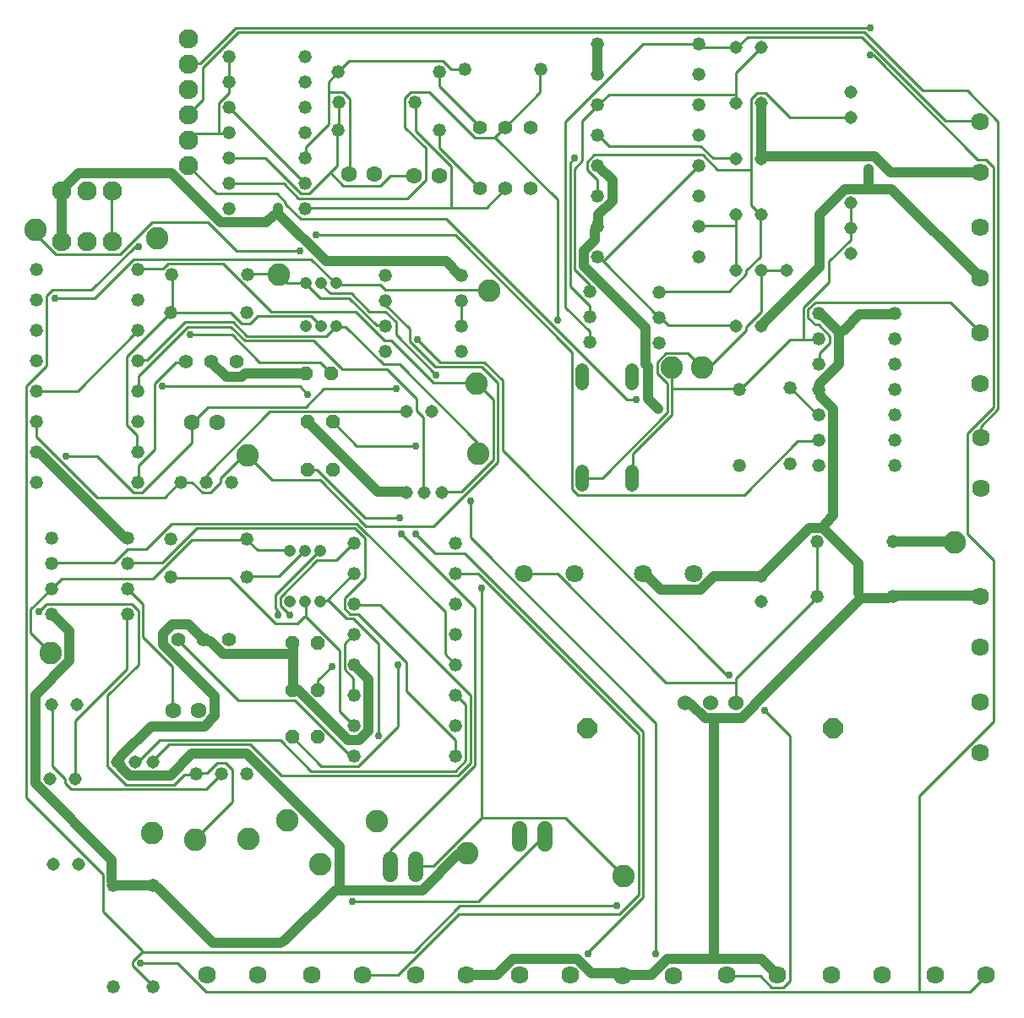
<source format=gbr>
G04 EAGLE Gerber X2 export*
%TF.Part,Single*%
%TF.FileFunction,Copper,L1,Top,Mixed*%
%TF.FilePolarity,Positive*%
%TF.GenerationSoftware,Autodesk,EAGLE,9.1.2*%
%TF.CreationDate,2019-04-25T09:22:07Z*%
G75*
%MOMM*%
%FSLAX34Y34*%
%LPD*%
%AMOC8*
5,1,8,0,0,1.08239X$1,22.5*%
G01*
%ADD10C,1.308000*%
%ADD11C,1.600200*%
%ADD12P,1.429621X8X22.500000*%
%ADD13C,1.320800*%
%ADD14C,1.208000*%
%ADD15C,1.408000*%
%ADD16C,1.930400*%
%ADD17C,1.790700*%
%ADD18C,1.800000*%
%ADD19C,1.524000*%
%ADD20P,2.110661X8X202.500000*%
%ADD21C,2.250000*%
%ADD22C,1.320800*%
%ADD23C,1.524000*%
%ADD24C,1.016000*%
%ADD25C,0.756400*%
%ADD26C,0.254000*%


D10*
X393540Y406400D03*
X418940Y406400D03*
X839000Y564200D03*
X839000Y589600D03*
X839000Y615000D03*
X723900Y770890D03*
X749300Y770890D03*
X723900Y715010D03*
X749300Y715010D03*
D11*
X204470Y394970D03*
X179070Y394970D03*
X361950Y643890D03*
X336550Y643890D03*
X426720Y642620D03*
X401320Y642620D03*
D10*
X38100Y112400D03*
X63500Y112400D03*
D11*
X185740Y106680D03*
X160340Y106680D03*
D10*
X723900Y659130D03*
X749300Y659130D03*
D12*
X279400Y127000D03*
X304800Y127000D03*
X293370Y444500D03*
X318770Y444500D03*
X294640Y347980D03*
X320040Y347980D03*
X294640Y396240D03*
X320040Y396240D03*
X279400Y80010D03*
X304800Y80010D03*
X279400Y173990D03*
X304800Y173990D03*
D13*
X215900Y762000D03*
X215900Y736600D03*
X215900Y609600D03*
X292100Y609600D03*
X215900Y711200D03*
X215900Y685800D03*
X215900Y635000D03*
X215900Y660400D03*
X292100Y635000D03*
X292100Y660400D03*
X292100Y685800D03*
X292100Y711200D03*
X292100Y736600D03*
X292100Y762000D03*
X372320Y542510D03*
X372320Y517110D03*
X448520Y517110D03*
X448520Y542510D03*
X372320Y491710D03*
X372320Y466310D03*
X448520Y491710D03*
X448520Y466310D03*
X38100Y279400D03*
X38100Y254000D03*
X114300Y254000D03*
X114300Y279400D03*
X38100Y228600D03*
X38100Y203200D03*
X114300Y228600D03*
X114300Y203200D03*
X167640Y335280D03*
X218440Y335280D03*
X193040Y335280D03*
D10*
X393540Y325280D03*
X411320Y325280D03*
X429100Y325280D03*
D14*
X293210Y534670D03*
X308450Y534670D03*
X323690Y534670D03*
X293090Y491710D03*
X308330Y491710D03*
X323570Y491710D03*
D13*
X182880Y43180D03*
X233680Y43180D03*
X208280Y43180D03*
D10*
X104140Y55250D03*
X121920Y55250D03*
X139700Y55250D03*
D14*
X276860Y266700D03*
X292100Y266700D03*
X307340Y266700D03*
X276860Y215900D03*
X292100Y215900D03*
X307340Y215900D03*
D13*
X577240Y475310D03*
X577240Y526110D03*
X577240Y500710D03*
X325120Y746760D03*
X426720Y746760D03*
X22860Y457200D03*
X124460Y457200D03*
X341630Y182880D03*
X443230Y182880D03*
X341630Y152400D03*
X443230Y152400D03*
X341630Y60960D03*
X443230Y60960D03*
X341630Y213360D03*
X443230Y213360D03*
X341630Y121920D03*
X443230Y121920D03*
X341630Y274320D03*
X443230Y274320D03*
X341630Y91440D03*
X443230Y91440D03*
X341630Y243840D03*
X443230Y243840D03*
X585470Y744220D03*
X687070Y744220D03*
X325120Y688340D03*
X426720Y688340D03*
X585470Y774700D03*
X687070Y774700D03*
X585470Y683260D03*
X687070Y683260D03*
X585470Y713740D03*
X687070Y713740D03*
D15*
X467360Y629920D03*
X492760Y629920D03*
X518160Y629920D03*
X467360Y690880D03*
X492760Y690880D03*
X518160Y690880D03*
X172720Y455930D03*
X198120Y455930D03*
X223520Y455930D03*
X165100Y177800D03*
X190500Y177800D03*
X215900Y177800D03*
D13*
X22860Y487680D03*
X124460Y487680D03*
X22860Y396240D03*
X124460Y396240D03*
X22860Y335280D03*
X124460Y335280D03*
X22860Y518160D03*
X124460Y518160D03*
X22860Y548640D03*
X124460Y548640D03*
X22860Y426720D03*
X124460Y426720D03*
X22860Y365760D03*
X124460Y365760D03*
D16*
X175260Y779780D03*
X175260Y754380D03*
X175260Y728980D03*
X175260Y703580D03*
X175260Y678180D03*
X175260Y652780D03*
X99060Y627380D03*
X73660Y627380D03*
X48260Y627380D03*
X99060Y576580D03*
X73660Y576580D03*
X48260Y576580D03*
D17*
X968890Y645870D03*
X968890Y696670D03*
X969010Y63990D03*
X969010Y114790D03*
D13*
X528320Y749300D03*
X452120Y749300D03*
X402590Y716280D03*
X326390Y716280D03*
X727560Y428470D03*
X727560Y352270D03*
X234950Y543560D03*
X158750Y543560D03*
X233680Y505460D03*
X157480Y505460D03*
X233680Y278130D03*
X157480Y278130D03*
X233680Y240030D03*
X157480Y240030D03*
D10*
X723900Y491490D03*
X749300Y491490D03*
X723900Y603250D03*
X749300Y603250D03*
X839000Y701040D03*
X839000Y726440D03*
X723900Y547370D03*
X749300Y547370D03*
X774700Y547370D03*
D13*
X647240Y475160D03*
X647240Y525960D03*
X647240Y500560D03*
X585470Y561340D03*
X687070Y561340D03*
X585470Y622300D03*
X687070Y622300D03*
X585470Y652780D03*
X687070Y652780D03*
X585470Y591820D03*
X687070Y591820D03*
D17*
X969010Y539750D03*
X969010Y590550D03*
D13*
X778360Y429740D03*
X778360Y353540D03*
X807200Y504240D03*
X807200Y478840D03*
X807200Y351840D03*
X883400Y351840D03*
X807200Y453440D03*
X807200Y428040D03*
X807200Y377240D03*
X807200Y402640D03*
X883400Y377240D03*
X883400Y402640D03*
X883400Y428040D03*
X883400Y453440D03*
X883400Y478840D03*
X883400Y504240D03*
X805180Y275430D03*
X881380Y275430D03*
D18*
X562610Y243840D03*
X511810Y243840D03*
X681990Y243840D03*
X631190Y243840D03*
D13*
X805180Y220660D03*
X881380Y220660D03*
D19*
X723900Y114300D03*
X698500Y114300D03*
X673100Y114300D03*
D20*
X821690Y88900D03*
X575310Y88900D03*
D10*
X749300Y215900D03*
X749300Y241300D03*
X39500Y-47543D03*
X64900Y-47543D03*
X36500Y38080D03*
X61900Y38080D03*
D21*
X611220Y-59090D03*
X307560Y-47990D03*
X22220Y588450D03*
X144140Y579870D03*
X182400Y-22750D03*
X37620Y164250D03*
X234440Y362160D03*
X266060Y543650D03*
X943080Y274580D03*
X455130Y-36760D03*
X235740Y-22320D03*
X476940Y527660D03*
X465610Y364240D03*
X274440Y-3440D03*
X364440Y-4240D03*
X139060Y-16470D03*
X464440Y434160D03*
D17*
X923965Y-158680D03*
X974765Y-158680D03*
X819456Y-158434D03*
X870256Y-158434D03*
X714852Y-158625D03*
X765652Y-158625D03*
X507195Y-158646D03*
X557995Y-158646D03*
X610664Y-159015D03*
X661464Y-159015D03*
X402862Y-158642D03*
X453662Y-158642D03*
X298533Y-158716D03*
X349333Y-158716D03*
X194011Y-158672D03*
X244811Y-158672D03*
D21*
X660000Y450000D03*
X690000Y450000D03*
D22*
X570000Y345804D02*
X570000Y332596D01*
X570000Y434196D02*
X570000Y447404D01*
X620000Y345804D02*
X620000Y332596D01*
X620000Y434196D02*
X620000Y447404D01*
D23*
X402700Y-42380D02*
X402700Y-57620D01*
X377300Y-57620D02*
X377300Y-42380D01*
X532700Y-27620D02*
X532700Y-12380D01*
X507300Y-12380D02*
X507300Y-27620D01*
D17*
X969010Y434340D03*
X969010Y485140D03*
X969130Y329270D03*
X969130Y380070D03*
X969010Y170200D03*
X969010Y221000D03*
D13*
X100000Y-170800D03*
X100000Y-69200D03*
X140000Y-170800D03*
X140000Y-69200D03*
D24*
X611618Y-158355D02*
X639158Y-158355D01*
X655223Y-142290D01*
X702270Y-142290D02*
X749318Y-142290D01*
X702270Y-142290D02*
X655223Y-142290D01*
X749318Y-142290D02*
X765383Y-158355D01*
X611618Y-158355D02*
X610664Y-159015D01*
X765383Y-158355D02*
X765652Y-158625D01*
X484245Y-158355D02*
X454410Y-158355D01*
X484245Y-158355D02*
X500310Y-142290D01*
X564570Y-142290D01*
X579488Y-157208D01*
X605880Y-157208D01*
X454410Y-158355D02*
X453662Y-158642D01*
X605880Y-157208D02*
X610664Y-159015D01*
X807840Y429165D02*
X807840Y433755D01*
X827348Y453263D01*
X827348Y485393D01*
X807840Y504900D01*
X807840Y429165D02*
X807200Y428040D01*
X807200Y504240D02*
X807840Y504900D01*
X848003Y503753D02*
X882428Y503753D01*
X848003Y503753D02*
X831938Y487688D01*
X882428Y503753D02*
X883400Y504240D01*
X831938Y487688D02*
X827348Y485393D01*
X748170Y240975D02*
X702270Y240975D01*
X688500Y227205D01*
X648338Y227205D01*
X632273Y243270D01*
X748170Y240975D02*
X749300Y241300D01*
X632273Y243270D02*
X631190Y243840D01*
X882428Y221468D02*
X968490Y221468D01*
X882428Y221468D02*
X881380Y220660D01*
X968490Y221468D02*
X969010Y221000D01*
X678173Y113603D02*
X673583Y113603D01*
X678173Y113603D02*
X693090Y98685D01*
X702270Y98685D02*
X729810Y98685D01*
X702270Y98685D02*
X693090Y98685D01*
X729810Y98685D02*
X742433Y111308D01*
X742433Y112455D01*
X849150Y219173D01*
X876690Y219173D01*
X673583Y113603D02*
X673100Y114300D01*
X876690Y219173D02*
X881380Y220660D01*
X797513Y289170D02*
X752760Y244418D01*
X797513Y289170D02*
X811283Y289170D01*
X846855Y253598D01*
X846855Y223763D01*
X752760Y244418D02*
X749300Y241300D01*
X846855Y223763D02*
X849150Y219173D01*
X808988Y421133D02*
X808988Y423428D01*
X808988Y421133D02*
X821610Y408510D01*
X821610Y301793D01*
X813578Y293760D01*
X808988Y423428D02*
X807200Y428040D01*
X813578Y293760D02*
X811283Y289170D01*
X702270Y98685D02*
X702270Y-142290D01*
X107865Y59670D02*
X104423Y56228D01*
X107865Y59670D02*
X107865Y60818D01*
X137700Y90653D01*
X191633Y90653D01*
X201960Y100980D01*
X201960Y120488D01*
X150323Y172125D01*
X150323Y183600D01*
X159503Y192780D01*
X175568Y192780D01*
X190485Y177863D01*
X104423Y56228D02*
X104140Y55250D01*
X190500Y177800D02*
X190485Y177863D01*
X279990Y173273D02*
X279990Y162945D01*
X279990Y127373D01*
X279400Y127000D01*
X279990Y173273D02*
X279400Y173990D01*
X341955Y151470D02*
X355725Y137700D01*
X355725Y86063D01*
X346545Y76883D01*
X335070Y76883D01*
X284580Y127373D01*
X341955Y151470D02*
X341630Y152400D01*
X284580Y127373D02*
X279400Y127000D01*
X197370Y175568D02*
X195075Y175568D01*
X197370Y175568D02*
X209993Y162945D01*
X279990Y162945D01*
X195075Y175568D02*
X190500Y177800D01*
X139995Y-68850D02*
X100980Y-68850D01*
X100000Y-69200D01*
X139995Y-68850D02*
X140000Y-69200D01*
X199665Y-126225D02*
X267368Y-126225D01*
X199665Y-126225D02*
X144585Y-71145D01*
X140000Y-69200D01*
X445230Y-37868D02*
X454410Y-37868D01*
X445230Y-37868D02*
X409658Y-73440D01*
X327038Y-73440D02*
X322448Y-73440D01*
X327038Y-73440D02*
X409658Y-73440D01*
X322448Y-73440D02*
X271958Y-123930D01*
X454410Y-37868D02*
X455130Y-36760D01*
X271958Y-123930D02*
X267368Y-126225D01*
X107865Y49343D02*
X107865Y51638D01*
X107865Y49343D02*
X115898Y41310D01*
X157208Y41310D01*
X179010Y63113D01*
X234090Y63113D01*
X327038Y-29835D01*
X327038Y-73440D01*
X107865Y51638D02*
X104140Y55250D01*
X26393Y364905D02*
X22950Y364905D01*
X26393Y364905D02*
X111308Y279990D01*
X113603Y279990D01*
X22950Y364905D02*
X22860Y365760D01*
X113603Y279990D02*
X114300Y279400D01*
X364905Y325890D02*
X392445Y325890D01*
X364905Y325890D02*
X294908Y395888D01*
X392445Y325890D02*
X393540Y325280D01*
X294908Y395888D02*
X294640Y396240D01*
X48195Y577193D02*
X48195Y626535D01*
X48195Y577193D02*
X48260Y576580D01*
X48195Y626535D02*
X48260Y627380D01*
X231795Y444083D02*
X292613Y444083D01*
X231795Y444083D02*
X228353Y440640D01*
X213435Y440640D01*
X198518Y455558D01*
X292613Y444083D02*
X293370Y444500D01*
X198518Y455558D02*
X198120Y455930D01*
X265073Y604733D02*
X265073Y610470D01*
X265073Y604733D02*
X313268Y556538D01*
X433755Y556538D01*
X447525Y542768D01*
X448520Y542510D01*
X65408Y644895D02*
X51638Y631125D01*
X65408Y644895D02*
X158355Y644895D01*
X207698Y595553D01*
X253598Y595553D01*
X260483Y602438D01*
X51638Y631125D02*
X48260Y627380D01*
X260483Y602438D02*
X265073Y604733D01*
X98685Y-43605D02*
X98685Y-64260D01*
X98685Y-43605D02*
X21803Y33278D01*
X21803Y121635D01*
X56228Y156060D01*
X56228Y185895D01*
X39015Y203108D01*
X98685Y-64260D02*
X100000Y-69200D01*
X39015Y203108D02*
X38100Y203200D01*
D25*
X267368Y-126225D03*
X265073Y610470D03*
D26*
X98685Y626535D02*
X98685Y577193D01*
X99060Y576580D01*
X98685Y626535D02*
X99060Y627380D01*
X292613Y660960D02*
X292613Y671288D01*
X315563Y694238D01*
X315563Y726368D02*
X315563Y736695D01*
X315563Y726368D02*
X315563Y694238D01*
X315563Y736695D02*
X324743Y745875D01*
X292613Y660960D02*
X292100Y660400D01*
X324743Y745875D02*
X325120Y746760D01*
X438345Y749318D02*
X452115Y749318D01*
X438345Y749318D02*
X430313Y757350D01*
X336218Y757350D01*
X325890Y747023D01*
X452115Y749318D02*
X452120Y749300D01*
X325890Y747023D02*
X325120Y746760D01*
X337365Y719483D02*
X337365Y644895D01*
X337365Y719483D02*
X330480Y726368D01*
X315563Y726368D01*
X337365Y644895D02*
X336550Y643890D01*
X291465Y635715D02*
X216878Y710303D01*
X215900Y711200D01*
X291465Y635715D02*
X292100Y635000D01*
X340808Y138848D02*
X340808Y122783D01*
X340808Y138848D02*
X331628Y148028D01*
X331628Y173273D01*
X340808Y182453D01*
X340808Y122783D02*
X341630Y121920D01*
X340808Y182453D02*
X341630Y182880D01*
X266220Y240975D02*
X291465Y266220D01*
X266220Y240975D02*
X234090Y240975D01*
X291465Y266220D02*
X292100Y266700D01*
X234090Y240975D02*
X233680Y240030D01*
X257040Y406215D02*
X392445Y406215D01*
X257040Y406215D02*
X193928Y343103D01*
X193928Y336218D01*
X392445Y406215D02*
X393540Y406400D01*
X193928Y336218D02*
X193040Y335280D01*
X179010Y335070D02*
X168683Y335070D01*
X179010Y335070D02*
X189338Y324743D01*
X197370Y324743D01*
X207698Y335070D01*
X207698Y339660D01*
X229500Y361463D01*
X234090Y361463D01*
X168683Y335070D02*
X167640Y335280D01*
X234090Y361463D02*
X234440Y362160D01*
X22950Y380970D02*
X22950Y395888D01*
X22950Y380970D02*
X83768Y320153D01*
X151470Y320153D01*
X166388Y335070D01*
X22950Y395888D02*
X22860Y396240D01*
X166388Y335070D02*
X167640Y335280D01*
X372938Y512933D02*
X372938Y516375D01*
X372938Y512933D02*
X397035Y488835D01*
X397035Y476213D01*
X422280Y450968D01*
X469328Y450968D01*
X485393Y434903D01*
X485393Y355725D01*
X421133Y291465D01*
X353430Y291465D01*
X307530Y337365D01*
X259335Y337365D01*
X235238Y361463D01*
X372938Y516375D02*
X372320Y517110D01*
X235238Y361463D02*
X234440Y362160D01*
X448673Y492278D02*
X448673Y516375D01*
X448673Y492278D02*
X448520Y491710D01*
X448673Y516375D02*
X448520Y517110D01*
X83768Y361463D02*
X52785Y361463D01*
X83768Y361463D02*
X120488Y324743D01*
X128520Y324743D01*
X179010Y375233D01*
X179010Y394740D01*
X179070Y394970D01*
X310973Y429165D02*
X383265Y429165D01*
X310973Y429165D02*
X292613Y410805D01*
X195075Y410805D01*
X180158Y395888D01*
X179070Y394970D01*
D25*
X52785Y361463D03*
X383265Y429165D03*
D26*
X429165Y325890D02*
X448673Y325890D01*
X480803Y358020D01*
X480803Y417690D01*
X464738Y433755D01*
X429165Y325890D02*
X429100Y325280D01*
X464738Y433755D02*
X464440Y434160D01*
X150323Y549653D02*
X125078Y549653D01*
X150323Y549653D02*
X154913Y554243D01*
X209993Y554243D01*
X258188Y506048D01*
X343103Y506048D01*
X371790Y477360D01*
X378675Y477360D01*
X421133Y434903D01*
X463590Y434903D01*
X125078Y549653D02*
X124460Y548640D01*
X463590Y434903D02*
X464440Y434160D01*
X576045Y-135405D02*
X576045Y-137700D01*
X576045Y-135405D02*
X631125Y-80325D01*
X631125Y84915D01*
X452115Y263925D01*
X422280Y263925D01*
X402773Y283433D01*
X386708Y299498D02*
X352283Y299498D01*
X304088Y347693D01*
X294908Y347693D01*
X294640Y347980D01*
D25*
X576045Y-137700D03*
X402773Y283433D03*
X386708Y299498D03*
D26*
X410805Y325890D02*
X410805Y400478D01*
X403920Y407363D01*
X403920Y418838D01*
X374085Y448673D01*
X329333Y448673D01*
X300645Y477360D01*
X231795Y477360D01*
X218025Y491130D01*
X174420Y491130D01*
X125078Y441788D01*
X125078Y426870D01*
X410805Y325890D02*
X411320Y325280D01*
X125078Y426870D02*
X124460Y426720D01*
X324743Y533588D02*
X367200Y533588D01*
X372938Y527850D01*
X476213Y527850D01*
X324743Y533588D02*
X323690Y534670D01*
X476213Y527850D02*
X476940Y527660D01*
X81473Y519818D02*
X41310Y519818D01*
X81473Y519818D02*
X120488Y558833D01*
X298350Y558833D01*
X322448Y534735D01*
X323690Y534670D01*
D25*
X41310Y519818D03*
D26*
X176715Y483098D02*
X219173Y483098D01*
X246713Y455558D01*
X307530Y455558D01*
X317858Y445230D01*
X318770Y444500D01*
X714893Y-159503D02*
X748170Y-159503D01*
X759645Y-170978D01*
X771120Y-170978D01*
X778005Y-164093D01*
X778005Y81473D01*
X752760Y106718D01*
X717188Y142290D02*
X714893Y142290D01*
X489983Y367200D01*
X489983Y437198D01*
X471623Y455558D01*
X428018Y455558D01*
X405068Y478508D01*
X714852Y-158625D02*
X714893Y-159503D01*
D25*
X176715Y483098D03*
X752760Y106718D03*
X717188Y142290D03*
X405068Y478508D03*
D26*
X292613Y534735D02*
X274253Y534735D01*
X266220Y542768D01*
X292613Y534735D02*
X293210Y534670D01*
X266220Y542768D02*
X266060Y543650D01*
X363758Y492278D02*
X371790Y492278D01*
X363758Y492278D02*
X336218Y519818D01*
X307530Y519818D01*
X293760Y533588D01*
X371790Y492278D02*
X372320Y491710D01*
X293760Y533588D02*
X293210Y534670D01*
X265073Y543915D02*
X235238Y543915D01*
X234950Y543560D01*
X265073Y543915D02*
X266060Y543650D01*
X323595Y491130D02*
X332775Y491130D01*
X370643Y453263D01*
X386708Y453263D01*
X464738Y375233D01*
X464738Y364905D01*
X323595Y491130D02*
X323570Y491710D01*
X464738Y364905D02*
X465610Y364240D01*
X134258Y457853D02*
X125078Y457853D01*
X134258Y457853D02*
X172125Y495720D01*
X220320Y495720D01*
X234090Y481950D01*
X313268Y481950D01*
X322448Y491130D01*
X125078Y457853D02*
X124460Y457200D01*
X322448Y491130D02*
X323570Y491710D01*
X286875Y431460D02*
X149175Y431460D01*
X286875Y431460D02*
X294908Y423428D01*
X643748Y94095D02*
X643748Y-137700D01*
X643748Y94095D02*
X457853Y279990D01*
X457853Y316710D01*
X402773Y371790D02*
X344250Y371790D01*
X320153Y395888D01*
X320040Y396240D01*
D25*
X149175Y431460D03*
X294908Y423428D03*
X643748Y-137700D03*
X457853Y316710D03*
X402773Y371790D03*
D26*
X39015Y111308D02*
X39015Y50490D01*
X51638Y37868D01*
X51638Y33278D01*
X57375Y27540D01*
X192780Y27540D01*
X207698Y42458D01*
X39015Y111308D02*
X38100Y112400D01*
X207698Y42458D02*
X208280Y43180D01*
X193928Y43605D02*
X183600Y43605D01*
X193928Y43605D02*
X204255Y53933D01*
X212288Y53933D01*
X219173Y47048D01*
X219173Y14918D01*
X182453Y-21803D01*
X182880Y43180D02*
X183600Y43605D01*
X182453Y-21803D02*
X182400Y-22750D01*
X100980Y254745D02*
X39015Y254745D01*
X100980Y254745D02*
X114750Y268515D01*
X133110Y268515D01*
X158355Y293760D01*
X344250Y293760D01*
X432608Y205403D01*
X432608Y162945D01*
X442935Y152618D01*
X39015Y254745D02*
X38100Y254000D01*
X442935Y152618D02*
X443230Y152400D01*
X182453Y42458D02*
X170978Y42458D01*
X160650Y32130D01*
X112455Y32130D01*
X94095Y50490D01*
X94095Y121635D01*
X125078Y152618D01*
X125078Y206550D01*
X118193Y213435D01*
X33278Y213435D01*
X25245Y205403D01*
X182880Y43180D02*
X182453Y42458D01*
D25*
X25245Y205403D03*
D26*
X442935Y76883D02*
X442935Y61965D01*
X442935Y76883D02*
X393593Y126225D01*
X393593Y154913D01*
X345398Y203108D01*
X337365Y203108D01*
X331628Y208845D01*
X331628Y219173D01*
X352283Y239828D01*
X352283Y278843D01*
X341955Y289170D01*
X183600Y289170D01*
X149175Y254745D01*
X114750Y254745D01*
X442935Y61965D02*
X443230Y60960D01*
X114750Y254745D02*
X114300Y254000D01*
X159503Y150323D02*
X159503Y106718D01*
X159503Y150323D02*
X129668Y180158D01*
X129668Y213435D01*
X114750Y228353D01*
X159503Y106718D02*
X160340Y106680D01*
X114750Y228353D02*
X114300Y228600D01*
X341955Y212288D02*
X367200Y212288D01*
X457853Y121635D01*
X457853Y53933D01*
X445230Y41310D01*
X268515Y41310D01*
X237533Y72293D01*
X156060Y72293D01*
X139995Y56228D01*
X341955Y212288D02*
X341630Y213360D01*
X139995Y56228D02*
X139700Y55250D01*
X385560Y90653D02*
X385560Y152618D01*
X385560Y90653D02*
X345398Y50490D01*
X308678Y50490D01*
X279990Y79178D01*
X279400Y80010D01*
D25*
X385560Y152618D03*
D26*
X126225Y56228D02*
X122783Y56228D01*
X126225Y56228D02*
X146880Y76883D01*
X267368Y76883D01*
X298350Y45900D01*
X442935Y45900D01*
X453263Y56228D01*
X453263Y112455D01*
X444083Y121635D01*
X122783Y56228D02*
X121920Y55250D01*
X443230Y121920D02*
X444083Y121635D01*
X265073Y201960D02*
X265073Y206550D01*
X262778Y208845D01*
X262778Y222615D01*
X306383Y266220D01*
X307340Y266700D01*
D25*
X265073Y201960D03*
D26*
X276548Y267368D02*
X244418Y267368D01*
X234090Y277695D01*
X276548Y267368D02*
X276860Y266700D01*
X234090Y277695D02*
X233680Y278130D01*
X37868Y228353D02*
X17213Y207698D01*
X17213Y184748D01*
X36720Y165240D01*
X37868Y228353D02*
X38100Y228600D01*
X36720Y165240D02*
X37620Y164250D01*
X179010Y277695D02*
X232943Y277695D01*
X179010Y277695D02*
X139995Y238680D01*
X48195Y238680D01*
X39015Y229500D01*
X232943Y277695D02*
X233680Y278130D01*
X39015Y229500D02*
X38100Y228600D01*
X292613Y215730D02*
X292613Y200813D01*
X327038Y166388D01*
X327038Y105570D01*
X340808Y91800D01*
X292613Y215730D02*
X292100Y215900D01*
X340808Y91800D02*
X341630Y91440D01*
X216878Y239828D02*
X158355Y239828D01*
X216878Y239828D02*
X262778Y193928D01*
X284580Y193928D01*
X291465Y200813D01*
X158355Y239828D02*
X157480Y240030D01*
X291465Y200813D02*
X292613Y200813D01*
X307530Y216878D02*
X314415Y216878D01*
X340808Y243270D01*
X307530Y216878D02*
X307340Y215900D01*
X340808Y243270D02*
X341630Y243840D01*
X366053Y173273D02*
X366053Y81473D01*
X366053Y173273D02*
X340808Y198518D01*
X333923Y198518D01*
X315563Y216878D01*
X314415Y216878D01*
D25*
X366053Y81473D03*
D26*
X305235Y127373D02*
X305235Y136553D01*
X319005Y150323D01*
X305235Y127373D02*
X304800Y127000D01*
X349988Y-158355D02*
X385560Y-158355D01*
X446378Y-97538D01*
X607028Y-97538D01*
X626535Y-78030D01*
X626535Y82620D01*
X465885Y243270D01*
X444083Y243270D01*
X349988Y-158355D02*
X349333Y-158716D01*
X444083Y243270D02*
X443230Y243840D01*
D25*
X319005Y150323D03*
D26*
X701123Y659813D02*
X722925Y659813D01*
X701123Y659813D02*
X688500Y672435D01*
X596700Y672435D01*
X586373Y682763D01*
X722925Y659813D02*
X723900Y659130D01*
X586373Y682763D02*
X585470Y683260D01*
X577193Y511785D02*
X577193Y501458D01*
X577193Y511785D02*
X557685Y531293D01*
X557685Y655223D01*
X562275Y659813D01*
X577193Y501458D02*
X577240Y500710D01*
D25*
X562275Y659813D03*
D26*
X724073Y724073D02*
X724073Y745875D01*
X724073Y724073D02*
X724073Y716040D01*
X724073Y745875D02*
X748170Y769973D01*
X724073Y716040D02*
X723900Y715010D01*
X748170Y769973D02*
X749300Y770890D01*
X577193Y533588D02*
X577193Y526703D01*
X577193Y533588D02*
X562275Y548505D01*
X562275Y649485D01*
X570308Y657518D01*
X570308Y697680D01*
X585225Y712598D01*
X577193Y526703D02*
X577240Y526110D01*
X585225Y712598D02*
X585470Y713740D01*
X596700Y724073D02*
X724073Y724073D01*
X596700Y724073D02*
X586373Y713745D01*
X585470Y713740D01*
X690795Y771120D02*
X722925Y771120D01*
X690795Y771120D02*
X687353Y774563D01*
X722925Y771120D02*
X723900Y770890D01*
X687353Y774563D02*
X687070Y774700D01*
X577193Y486540D02*
X577193Y476213D01*
X577193Y486540D02*
X553095Y510638D01*
X553095Y696533D01*
X631125Y774563D01*
X686205Y774563D01*
X577193Y476213D02*
X577240Y475310D01*
X686205Y774563D02*
X687070Y774700D01*
X934065Y697680D02*
X968490Y697680D01*
X934065Y697680D02*
X850298Y781448D01*
X735548Y781448D01*
X725220Y771120D01*
X968490Y697680D02*
X968890Y696670D01*
X725220Y771120D02*
X723900Y770890D01*
X838823Y613913D02*
X838823Y589815D01*
X839000Y589600D01*
X838823Y613913D02*
X839000Y615000D01*
X620798Y363758D02*
X620798Y339660D01*
X620798Y363758D02*
X659813Y402773D01*
X659813Y429165D02*
X659813Y449820D01*
X659813Y429165D02*
X659813Y402773D01*
X620798Y339660D02*
X620000Y339200D01*
X659813Y449820D02*
X660000Y450000D01*
X659813Y429165D02*
X727515Y429165D01*
X727560Y428470D01*
X778005Y478508D02*
X791775Y478508D01*
X806693Y478508D01*
X778005Y478508D02*
X728663Y429165D01*
X806693Y478508D02*
X807200Y478840D01*
X728663Y429165D02*
X727560Y428470D01*
X838823Y578340D02*
X838823Y588668D01*
X838823Y578340D02*
X817020Y556538D01*
X817020Y535883D01*
X791775Y510638D01*
X791775Y478508D01*
X838823Y588668D02*
X839000Y589600D01*
X807840Y464738D02*
X807840Y454410D01*
X807840Y464738D02*
X818168Y475065D01*
X818168Y481950D01*
X806693Y493425D01*
X803250Y493425D01*
X796365Y500310D01*
X796365Y508343D01*
X803250Y515228D01*
X938655Y515228D01*
X968490Y485393D01*
X807840Y454410D02*
X807200Y453440D01*
X968490Y485393D02*
X969010Y485140D01*
D24*
X585225Y744728D02*
X585225Y774563D01*
X585225Y744728D02*
X585470Y744220D01*
X585225Y774563D02*
X585470Y774700D01*
X586373Y603585D02*
X586373Y592110D01*
X586373Y603585D02*
X600143Y617355D01*
X600143Y638010D01*
X586373Y651780D01*
X586373Y592110D02*
X585470Y591820D01*
X586373Y651780D02*
X585470Y652780D01*
X882428Y275400D02*
X942098Y275400D01*
X882428Y275400D02*
X881380Y275430D01*
X942098Y275400D02*
X943080Y274580D01*
X582930Y578340D02*
X582930Y587520D01*
X582930Y578340D02*
X571455Y566865D01*
X571455Y551948D01*
X633420Y489983D01*
X633420Y453263D01*
X635715Y450968D01*
X635715Y418838D01*
X646043Y408510D01*
X582930Y587520D02*
X585470Y591820D01*
D25*
X646043Y408510D03*
D26*
X426870Y732105D02*
X426870Y745875D01*
X426870Y732105D02*
X467033Y691943D01*
X426870Y745875D02*
X426720Y746760D01*
X467033Y691943D02*
X467360Y690880D01*
X125078Y352283D02*
X125078Y336218D01*
X125078Y352283D02*
X141143Y368348D01*
X141143Y433755D01*
X162945Y455558D01*
X172125Y455558D01*
X125078Y336218D02*
X124460Y335280D01*
X172125Y455558D02*
X172720Y455930D01*
X337365Y61965D02*
X340808Y61965D01*
X337365Y61965D02*
X282285Y117045D01*
X224910Y117045D01*
X165240Y176715D01*
X340808Y61965D02*
X341630Y60960D01*
X165240Y176715D02*
X165100Y177800D01*
X656370Y492278D02*
X722925Y492278D01*
X656370Y492278D02*
X648338Y500310D01*
X722925Y492278D02*
X723900Y491490D01*
X648338Y500310D02*
X647240Y500560D01*
X647190Y500310D02*
X590963Y556538D01*
X586373Y561128D01*
X585470Y561340D01*
X647240Y500560D02*
X647190Y500310D01*
X590963Y556538D02*
X686205Y651780D01*
X687070Y652780D01*
X748170Y602438D02*
X748170Y561128D01*
X734400Y547358D01*
X734400Y543915D01*
X717188Y526703D01*
X648338Y526703D01*
X748170Y602438D02*
X749300Y603250D01*
X648338Y526703D02*
X647240Y525960D01*
X778005Y701123D02*
X838823Y701123D01*
X778005Y701123D02*
X753908Y725220D01*
X744728Y725220D01*
X738990Y719483D01*
X738990Y648338D02*
X738990Y612765D01*
X738990Y648338D02*
X738990Y719483D01*
X738990Y612765D02*
X748170Y603585D01*
X838823Y701123D02*
X839000Y701040D01*
X749300Y603250D02*
X748170Y603585D01*
X585225Y623093D02*
X585225Y638010D01*
X574898Y648338D01*
X574898Y656370D01*
X581783Y663255D01*
X690795Y663255D01*
X705713Y648338D01*
X738990Y648338D01*
X585470Y622300D02*
X585225Y623093D01*
X724073Y602438D02*
X724073Y592110D01*
X724073Y548505D01*
X723900Y547370D01*
X724073Y602438D02*
X723900Y603250D01*
X724073Y592110D02*
X687353Y592110D01*
X687070Y591820D01*
X779153Y429165D02*
X806693Y401625D01*
X779153Y429165D02*
X778360Y429740D01*
X807200Y402640D02*
X806693Y401625D01*
X774563Y547358D02*
X749318Y547358D01*
X749300Y547370D01*
X774563Y547358D02*
X774700Y547370D01*
X589815Y339660D02*
X570308Y339660D01*
X589815Y339660D02*
X655223Y405068D01*
X655223Y433755D01*
X644895Y444083D01*
X644895Y455558D01*
X654075Y464738D01*
X675878Y464738D01*
X689648Y450968D01*
X570308Y339660D02*
X570000Y339200D01*
X690000Y450000D02*
X689648Y450968D01*
X749318Y506048D02*
X749318Y546210D01*
X749318Y506048D02*
X734400Y491130D01*
X734400Y487688D01*
X697680Y450968D01*
X690795Y450968D01*
X749318Y546210D02*
X749300Y547370D01*
X690795Y450968D02*
X690000Y450000D01*
X22950Y582930D02*
X22950Y587520D01*
X22950Y582930D02*
X42458Y563423D01*
X106718Y563423D01*
X138848Y595553D01*
X195075Y595553D01*
X223763Y566865D01*
X286875Y566865D01*
X302940Y582930D02*
X442935Y582930D01*
X559980Y465885D01*
X559980Y328185D01*
X565718Y322448D01*
X732105Y322448D01*
X786038Y376380D01*
X806693Y376380D01*
X22950Y587520D02*
X22220Y588450D01*
X806693Y376380D02*
X807200Y377240D01*
D25*
X286875Y566865D03*
X302940Y582930D03*
D26*
X805545Y275400D02*
X805545Y221468D01*
X805180Y220660D01*
X805545Y275400D02*
X805180Y275430D01*
X724073Y138848D02*
X724073Y134258D01*
X724073Y114750D01*
X724073Y138848D02*
X805545Y220320D01*
X724073Y114750D02*
X723900Y114300D01*
X805545Y220320D02*
X805180Y220660D01*
X545063Y243270D02*
X512933Y243270D01*
X545063Y243270D02*
X654075Y134258D01*
X724073Y134258D01*
X512933Y243270D02*
X511810Y243840D01*
X61965Y96390D02*
X61965Y39015D01*
X61965Y96390D02*
X113603Y148028D01*
X113603Y203108D01*
X61965Y39015D02*
X61900Y38080D01*
X113603Y203108D02*
X114300Y203200D01*
X267368Y211140D02*
X276548Y201960D01*
X267368Y211140D02*
X267368Y220320D01*
X304088Y257040D01*
X323595Y257040D01*
X340808Y274253D01*
X341630Y274320D01*
D25*
X276548Y201960D03*
D26*
X119340Y-149175D02*
X139995Y-169830D01*
X119340Y-149175D02*
X119340Y-144585D01*
X128520Y-135405D01*
X401625Y-135405D01*
X447525Y-89505D01*
X604733Y-89505D01*
X139995Y-169830D02*
X140000Y-170800D01*
X125078Y571455D02*
X121635Y571455D01*
X78030Y527850D01*
X39015Y527850D01*
X33278Y522113D01*
X33278Y452115D01*
X12623Y431460D01*
X12623Y19508D01*
X89505Y-57375D01*
X89505Y-95243D01*
X128520Y-134258D01*
X128520Y-135405D01*
D25*
X604733Y-89505D03*
X125078Y571455D03*
D26*
X64260Y426870D02*
X22950Y426870D01*
X64260Y426870D02*
X123930Y486540D01*
X22950Y426870D02*
X22860Y426720D01*
X123930Y486540D02*
X124460Y487680D01*
X383265Y483098D02*
X423428Y442935D01*
X383265Y483098D02*
X383265Y495720D01*
X372938Y506048D01*
X356873Y506048D01*
X338513Y524408D01*
X317858Y524408D01*
X308678Y533588D01*
X308450Y534670D01*
X377528Y-33278D02*
X377528Y-49343D01*
X377528Y-33278D02*
X462443Y51638D01*
X462443Y209993D01*
X389003Y283433D01*
X377528Y-49343D02*
X377300Y-50000D01*
D25*
X423428Y442935D03*
X389003Y283433D03*
D24*
X749318Y492278D02*
X807840Y550800D01*
X807840Y603585D01*
X833085Y628830D01*
X857183Y628830D02*
X880133Y628830D01*
X857183Y628830D02*
X833085Y628830D01*
X880133Y628830D02*
X968490Y540473D01*
X749318Y492278D02*
X749300Y491490D01*
X968490Y540473D02*
X969010Y539750D01*
X857183Y628830D02*
X857183Y649485D01*
D25*
X857183Y649485D03*
D24*
X749318Y659813D02*
X749318Y714893D01*
X749318Y659813D02*
X749300Y659130D01*
X749318Y714893D02*
X749300Y715010D01*
X878985Y646043D02*
X968490Y646043D01*
X878985Y646043D02*
X862920Y662108D01*
X753908Y662108D01*
X968490Y646043D02*
X968890Y645870D01*
X753908Y662108D02*
X749300Y659130D01*
D26*
X307530Y492278D02*
X298350Y501458D01*
X244418Y501458D01*
X237533Y494573D01*
X228353Y494573D01*
X218025Y504900D01*
X158355Y504900D01*
X307530Y492278D02*
X308330Y491710D01*
X158355Y504900D02*
X157480Y505460D01*
X123930Y382118D02*
X123930Y366053D01*
X123930Y382118D02*
X113603Y392445D01*
X113603Y461295D01*
X157208Y504900D01*
X123930Y366053D02*
X124460Y365760D01*
X157208Y504900D02*
X157480Y505460D01*
X159503Y506048D02*
X159503Y542768D01*
X158750Y543560D01*
X159503Y506048D02*
X157480Y505460D01*
X215730Y736695D02*
X215730Y761940D01*
X215730Y736695D02*
X215900Y736600D01*
X215730Y761940D02*
X215900Y762000D01*
X205403Y685058D02*
X181305Y685058D01*
X205403Y685058D02*
X215730Y685058D01*
X181305Y685058D02*
X175568Y679320D01*
X215730Y685058D02*
X215900Y685800D01*
X175568Y679320D02*
X175260Y678180D01*
X215730Y725220D02*
X215730Y735548D01*
X215730Y725220D02*
X205403Y714893D01*
X205403Y685058D01*
X215730Y735548D02*
X215900Y736600D01*
X216878Y659813D02*
X252450Y659813D01*
X288023Y624240D01*
X296055Y624240D01*
X317284Y645469D02*
X324743Y652928D01*
X317284Y645469D02*
X296055Y624240D01*
X324743Y652928D02*
X324743Y687353D01*
X216878Y659813D02*
X215900Y660400D01*
X324743Y687353D02*
X325120Y688340D01*
X325890Y688500D02*
X325890Y716040D01*
X326390Y716280D01*
X325890Y688500D02*
X325120Y688340D01*
X377528Y642600D02*
X400478Y642600D01*
X377528Y642600D02*
X367200Y632273D01*
X330480Y632273D01*
X317284Y645469D01*
X400478Y642600D02*
X401320Y642620D01*
X426870Y670140D02*
X426870Y687353D01*
X426870Y670140D02*
X467033Y629978D01*
X426870Y687353D02*
X426720Y688340D01*
X467033Y629978D02*
X467360Y629920D01*
X530145Y-20655D02*
X532440Y-20655D01*
X530145Y-20655D02*
X465885Y-84915D01*
X339660Y-84915D01*
X532440Y-20655D02*
X532700Y-20000D01*
X270810Y634568D02*
X216878Y634568D01*
X270810Y634568D02*
X285728Y619650D01*
X394740Y619650D01*
X413100Y638010D01*
X413100Y670140D01*
X392445Y690795D01*
X392445Y720630D01*
X398183Y726368D01*
X416543Y726368D01*
X462443Y680468D01*
X481950Y680468D01*
X492278Y690795D01*
X216878Y634568D02*
X215900Y635000D01*
X492278Y690795D02*
X492760Y690880D01*
X527850Y726368D02*
X527850Y748170D01*
X527850Y726368D02*
X493425Y691943D01*
X527850Y748170D02*
X528320Y749300D01*
X493425Y691943D02*
X492760Y690880D01*
X545063Y618503D02*
X545063Y498015D01*
X545063Y618503D02*
X483098Y680468D01*
X481950Y680468D01*
D25*
X339660Y-84915D03*
X545063Y498015D03*
D26*
X421133Y-49343D02*
X402773Y-49343D01*
X421133Y-49343D02*
X469328Y-1148D01*
X553095Y-1148D01*
X610470Y-58523D01*
X402773Y-49343D02*
X402700Y-50000D01*
X610470Y-58523D02*
X611220Y-59090D01*
X473918Y610470D02*
X438345Y610470D01*
X292613Y610470D01*
X473918Y610470D02*
X492278Y628830D01*
X292613Y610470D02*
X292100Y609600D01*
X492278Y628830D02*
X492760Y629920D01*
X402773Y687353D02*
X402773Y716040D01*
X402773Y687353D02*
X438345Y651780D01*
X438345Y610470D01*
X402773Y716040D02*
X402590Y716280D01*
X469328Y229500D02*
X469328Y-1148D01*
D25*
X469328Y229500D03*
D26*
X969638Y380970D02*
X969638Y391298D01*
X986850Y408510D01*
X986850Y696533D01*
X955868Y727515D01*
X911115Y727515D01*
X852593Y786038D01*
X224910Y786038D01*
X189338Y750465D01*
X189338Y718335D01*
X175568Y704565D01*
X969130Y380070D02*
X969638Y380970D01*
X175260Y703580D02*
X175568Y704565D01*
X615060Y417690D02*
X624240Y417690D01*
X615060Y417690D02*
X433755Y598995D01*
X288023Y598995D01*
X273105Y613913D01*
X273105Y615060D01*
X263925Y624240D01*
X203108Y624240D01*
X175568Y651780D01*
X175260Y652780D01*
D25*
X624240Y417690D03*
D26*
X164093Y-146880D02*
X127373Y-146880D01*
X164093Y-146880D02*
X192780Y-175568D01*
X907673Y-175568D02*
X958163Y-175568D01*
X907673Y-175568D02*
X192780Y-175568D01*
X958163Y-175568D02*
X974228Y-159503D01*
X974765Y-158680D01*
X187043Y755055D02*
X175568Y755055D01*
X187043Y755055D02*
X222615Y790628D01*
X858330Y790628D01*
X858330Y763088D02*
X861773Y763088D01*
X966195Y658665D01*
X974228Y658665D01*
X982260Y650633D01*
X982260Y410805D01*
X955868Y384413D01*
X955868Y283433D01*
X982260Y257040D01*
X982260Y95243D01*
X907673Y20655D01*
X907673Y-175568D01*
X175260Y754380D02*
X175568Y755055D01*
D25*
X127373Y-146880D03*
X858330Y790628D03*
X858330Y763088D03*
M02*

</source>
